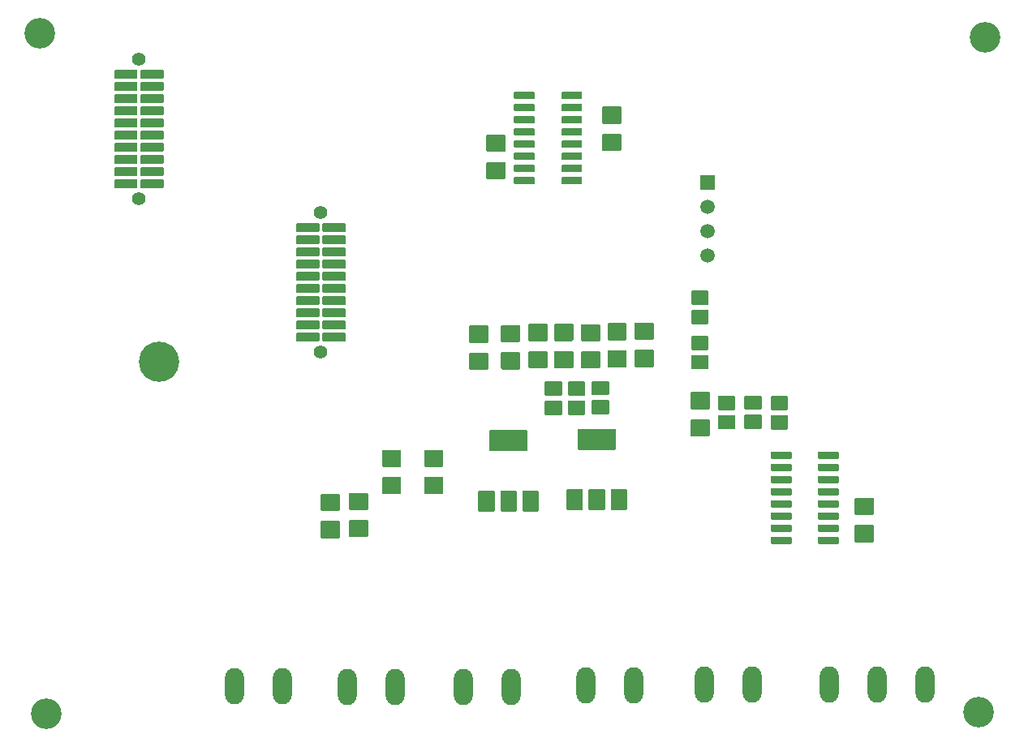
<source format=gbr>
%TF.GenerationSoftware,KiCad,Pcbnew,(5.1.10)-1*%
%TF.CreationDate,2021-08-27T15:11:23+05:30*%
%TF.ProjectId,CZTBoardV3,435a5442-6f61-4726-9456-332e6b696361,rev?*%
%TF.SameCoordinates,Original*%
%TF.FileFunction,Soldermask,Top*%
%TF.FilePolarity,Negative*%
%FSLAX46Y46*%
G04 Gerber Fmt 4.6, Leading zero omitted, Abs format (unit mm)*
G04 Created by KiCad (PCBNEW (5.1.10)-1) date 2021-08-27 15:11:23*
%MOMM*%
%LPD*%
G01*
G04 APERTURE LIST*
%ADD10C,3.200000*%
%ADD11O,1.993900X3.784600*%
%ADD12C,1.500000*%
%ADD13R,1.500000X1.500000*%
%ADD14C,4.203200*%
%ADD15C,1.422400*%
G04 APERTURE END LIST*
D10*
%TO.C,REF\u002A\u002A*%
X209670000Y-146110000D03*
%TD*%
%TO.C,REF\u002A\u002A*%
X111680000Y-75260000D03*
%TD*%
%TO.C,REF\u002A\u002A*%
X112350000Y-146320000D03*
%TD*%
%TO.C,REF\u002A\u002A*%
X210280000Y-75670000D03*
%TD*%
D11*
%TO.C,X6*%
X204090000Y-143240000D03*
X199090000Y-143240000D03*
X194090000Y-143240000D03*
%TD*%
%TO.C,X5*%
X185990000Y-143220000D03*
X180990000Y-143220000D03*
%TD*%
%TO.C,X4*%
X173690000Y-143320000D03*
X168690000Y-143320000D03*
%TD*%
%TO.C,X3*%
X160890000Y-143520000D03*
X155890000Y-143520000D03*
%TD*%
%TO.C,X2*%
X148790000Y-143520000D03*
X143790000Y-143520000D03*
%TD*%
%TO.C,X1*%
X136990000Y-143450000D03*
X131990000Y-143450000D03*
%TD*%
D12*
%TO.C,U4*%
X181350000Y-98440000D03*
X181350000Y-95900000D03*
X181350000Y-93360000D03*
D13*
X181350000Y-90820000D03*
%TD*%
%TO.C,U3*%
G36*
G01*
X192871600Y-119604400D02*
X192871600Y-119045600D01*
G75*
G02*
X192973200Y-118944000I101600J0D01*
G01*
X194954400Y-118944000D01*
G75*
G02*
X195056000Y-119045600I0J-101600D01*
G01*
X195056000Y-119604400D01*
G75*
G02*
X194954400Y-119706000I-101600J0D01*
G01*
X192973200Y-119706000D01*
G75*
G02*
X192871600Y-119604400I0J101600D01*
G01*
G37*
G36*
G01*
X192871600Y-120874400D02*
X192871600Y-120315600D01*
G75*
G02*
X192973200Y-120214000I101600J0D01*
G01*
X194954400Y-120214000D01*
G75*
G02*
X195056000Y-120315600I0J-101600D01*
G01*
X195056000Y-120874400D01*
G75*
G02*
X194954400Y-120976000I-101600J0D01*
G01*
X192973200Y-120976000D01*
G75*
G02*
X192871600Y-120874400I0J101600D01*
G01*
G37*
G36*
G01*
X192871600Y-122144400D02*
X192871600Y-121585600D01*
G75*
G02*
X192973200Y-121484000I101600J0D01*
G01*
X194954400Y-121484000D01*
G75*
G02*
X195056000Y-121585600I0J-101600D01*
G01*
X195056000Y-122144400D01*
G75*
G02*
X194954400Y-122246000I-101600J0D01*
G01*
X192973200Y-122246000D01*
G75*
G02*
X192871600Y-122144400I0J101600D01*
G01*
G37*
G36*
G01*
X192871600Y-123414400D02*
X192871600Y-122855600D01*
G75*
G02*
X192973200Y-122754000I101600J0D01*
G01*
X194954400Y-122754000D01*
G75*
G02*
X195056000Y-122855600I0J-101600D01*
G01*
X195056000Y-123414400D01*
G75*
G02*
X194954400Y-123516000I-101600J0D01*
G01*
X192973200Y-123516000D01*
G75*
G02*
X192871600Y-123414400I0J101600D01*
G01*
G37*
G36*
G01*
X192871600Y-124684400D02*
X192871600Y-124125600D01*
G75*
G02*
X192973200Y-124024000I101600J0D01*
G01*
X194954400Y-124024000D01*
G75*
G02*
X195056000Y-124125600I0J-101600D01*
G01*
X195056000Y-124684400D01*
G75*
G02*
X194954400Y-124786000I-101600J0D01*
G01*
X192973200Y-124786000D01*
G75*
G02*
X192871600Y-124684400I0J101600D01*
G01*
G37*
G36*
G01*
X192871600Y-125954400D02*
X192871600Y-125395600D01*
G75*
G02*
X192973200Y-125294000I101600J0D01*
G01*
X194954400Y-125294000D01*
G75*
G02*
X195056000Y-125395600I0J-101600D01*
G01*
X195056000Y-125954400D01*
G75*
G02*
X194954400Y-126056000I-101600J0D01*
G01*
X192973200Y-126056000D01*
G75*
G02*
X192871600Y-125954400I0J101600D01*
G01*
G37*
G36*
G01*
X192871600Y-127224400D02*
X192871600Y-126665600D01*
G75*
G02*
X192973200Y-126564000I101600J0D01*
G01*
X194954400Y-126564000D01*
G75*
G02*
X195056000Y-126665600I0J-101600D01*
G01*
X195056000Y-127224400D01*
G75*
G02*
X194954400Y-127326000I-101600J0D01*
G01*
X192973200Y-127326000D01*
G75*
G02*
X192871600Y-127224400I0J101600D01*
G01*
G37*
G36*
G01*
X192871600Y-128494400D02*
X192871600Y-127935600D01*
G75*
G02*
X192973200Y-127834000I101600J0D01*
G01*
X194954400Y-127834000D01*
G75*
G02*
X195056000Y-127935600I0J-101600D01*
G01*
X195056000Y-128494400D01*
G75*
G02*
X194954400Y-128596000I-101600J0D01*
G01*
X192973200Y-128596000D01*
G75*
G02*
X192871600Y-128494400I0J101600D01*
G01*
G37*
G36*
G01*
X187944000Y-128494400D02*
X187944000Y-127935600D01*
G75*
G02*
X188045600Y-127834000I101600J0D01*
G01*
X190026800Y-127834000D01*
G75*
G02*
X190128400Y-127935600I0J-101600D01*
G01*
X190128400Y-128494400D01*
G75*
G02*
X190026800Y-128596000I-101600J0D01*
G01*
X188045600Y-128596000D01*
G75*
G02*
X187944000Y-128494400I0J101600D01*
G01*
G37*
G36*
G01*
X187944000Y-127224400D02*
X187944000Y-126665600D01*
G75*
G02*
X188045600Y-126564000I101600J0D01*
G01*
X190026800Y-126564000D01*
G75*
G02*
X190128400Y-126665600I0J-101600D01*
G01*
X190128400Y-127224400D01*
G75*
G02*
X190026800Y-127326000I-101600J0D01*
G01*
X188045600Y-127326000D01*
G75*
G02*
X187944000Y-127224400I0J101600D01*
G01*
G37*
G36*
G01*
X187944000Y-125954400D02*
X187944000Y-125395600D01*
G75*
G02*
X188045600Y-125294000I101600J0D01*
G01*
X190026800Y-125294000D01*
G75*
G02*
X190128400Y-125395600I0J-101600D01*
G01*
X190128400Y-125954400D01*
G75*
G02*
X190026800Y-126056000I-101600J0D01*
G01*
X188045600Y-126056000D01*
G75*
G02*
X187944000Y-125954400I0J101600D01*
G01*
G37*
G36*
G01*
X187944000Y-124684400D02*
X187944000Y-124125600D01*
G75*
G02*
X188045600Y-124024000I101600J0D01*
G01*
X190026800Y-124024000D01*
G75*
G02*
X190128400Y-124125600I0J-101600D01*
G01*
X190128400Y-124684400D01*
G75*
G02*
X190026800Y-124786000I-101600J0D01*
G01*
X188045600Y-124786000D01*
G75*
G02*
X187944000Y-124684400I0J101600D01*
G01*
G37*
G36*
G01*
X187944000Y-123414400D02*
X187944000Y-122855600D01*
G75*
G02*
X188045600Y-122754000I101600J0D01*
G01*
X190026800Y-122754000D01*
G75*
G02*
X190128400Y-122855600I0J-101600D01*
G01*
X190128400Y-123414400D01*
G75*
G02*
X190026800Y-123516000I-101600J0D01*
G01*
X188045600Y-123516000D01*
G75*
G02*
X187944000Y-123414400I0J101600D01*
G01*
G37*
G36*
G01*
X187944000Y-122144400D02*
X187944000Y-121585600D01*
G75*
G02*
X188045600Y-121484000I101600J0D01*
G01*
X190026800Y-121484000D01*
G75*
G02*
X190128400Y-121585600I0J-101600D01*
G01*
X190128400Y-122144400D01*
G75*
G02*
X190026800Y-122246000I-101600J0D01*
G01*
X188045600Y-122246000D01*
G75*
G02*
X187944000Y-122144400I0J101600D01*
G01*
G37*
G36*
G01*
X187944000Y-120874400D02*
X187944000Y-120315600D01*
G75*
G02*
X188045600Y-120214000I101600J0D01*
G01*
X190026800Y-120214000D01*
G75*
G02*
X190128400Y-120315600I0J-101600D01*
G01*
X190128400Y-120874400D01*
G75*
G02*
X190026800Y-120976000I-101600J0D01*
G01*
X188045600Y-120976000D01*
G75*
G02*
X187944000Y-120874400I0J101600D01*
G01*
G37*
G36*
G01*
X187944000Y-119604400D02*
X187944000Y-119045600D01*
G75*
G02*
X188045600Y-118944000I101600J0D01*
G01*
X190026800Y-118944000D01*
G75*
G02*
X190128400Y-119045600I0J-101600D01*
G01*
X190128400Y-119604400D01*
G75*
G02*
X190026800Y-119706000I-101600J0D01*
G01*
X188045600Y-119706000D01*
G75*
G02*
X187944000Y-119604400I0J101600D01*
G01*
G37*
%TD*%
%TO.C,U2*%
G36*
G01*
X166091600Y-82044400D02*
X166091600Y-81485600D01*
G75*
G02*
X166193200Y-81384000I101600J0D01*
G01*
X168174400Y-81384000D01*
G75*
G02*
X168276000Y-81485600I0J-101600D01*
G01*
X168276000Y-82044400D01*
G75*
G02*
X168174400Y-82146000I-101600J0D01*
G01*
X166193200Y-82146000D01*
G75*
G02*
X166091600Y-82044400I0J101600D01*
G01*
G37*
G36*
G01*
X166091600Y-83314400D02*
X166091600Y-82755600D01*
G75*
G02*
X166193200Y-82654000I101600J0D01*
G01*
X168174400Y-82654000D01*
G75*
G02*
X168276000Y-82755600I0J-101600D01*
G01*
X168276000Y-83314400D01*
G75*
G02*
X168174400Y-83416000I-101600J0D01*
G01*
X166193200Y-83416000D01*
G75*
G02*
X166091600Y-83314400I0J101600D01*
G01*
G37*
G36*
G01*
X166091600Y-84584400D02*
X166091600Y-84025600D01*
G75*
G02*
X166193200Y-83924000I101600J0D01*
G01*
X168174400Y-83924000D01*
G75*
G02*
X168276000Y-84025600I0J-101600D01*
G01*
X168276000Y-84584400D01*
G75*
G02*
X168174400Y-84686000I-101600J0D01*
G01*
X166193200Y-84686000D01*
G75*
G02*
X166091600Y-84584400I0J101600D01*
G01*
G37*
G36*
G01*
X166091600Y-85854400D02*
X166091600Y-85295600D01*
G75*
G02*
X166193200Y-85194000I101600J0D01*
G01*
X168174400Y-85194000D01*
G75*
G02*
X168276000Y-85295600I0J-101600D01*
G01*
X168276000Y-85854400D01*
G75*
G02*
X168174400Y-85956000I-101600J0D01*
G01*
X166193200Y-85956000D01*
G75*
G02*
X166091600Y-85854400I0J101600D01*
G01*
G37*
G36*
G01*
X166091600Y-87124400D02*
X166091600Y-86565600D01*
G75*
G02*
X166193200Y-86464000I101600J0D01*
G01*
X168174400Y-86464000D01*
G75*
G02*
X168276000Y-86565600I0J-101600D01*
G01*
X168276000Y-87124400D01*
G75*
G02*
X168174400Y-87226000I-101600J0D01*
G01*
X166193200Y-87226000D01*
G75*
G02*
X166091600Y-87124400I0J101600D01*
G01*
G37*
G36*
G01*
X166091600Y-88394400D02*
X166091600Y-87835600D01*
G75*
G02*
X166193200Y-87734000I101600J0D01*
G01*
X168174400Y-87734000D01*
G75*
G02*
X168276000Y-87835600I0J-101600D01*
G01*
X168276000Y-88394400D01*
G75*
G02*
X168174400Y-88496000I-101600J0D01*
G01*
X166193200Y-88496000D01*
G75*
G02*
X166091600Y-88394400I0J101600D01*
G01*
G37*
G36*
G01*
X166091600Y-89664400D02*
X166091600Y-89105600D01*
G75*
G02*
X166193200Y-89004000I101600J0D01*
G01*
X168174400Y-89004000D01*
G75*
G02*
X168276000Y-89105600I0J-101600D01*
G01*
X168276000Y-89664400D01*
G75*
G02*
X168174400Y-89766000I-101600J0D01*
G01*
X166193200Y-89766000D01*
G75*
G02*
X166091600Y-89664400I0J101600D01*
G01*
G37*
G36*
G01*
X166091600Y-90934400D02*
X166091600Y-90375600D01*
G75*
G02*
X166193200Y-90274000I101600J0D01*
G01*
X168174400Y-90274000D01*
G75*
G02*
X168276000Y-90375600I0J-101600D01*
G01*
X168276000Y-90934400D01*
G75*
G02*
X168174400Y-91036000I-101600J0D01*
G01*
X166193200Y-91036000D01*
G75*
G02*
X166091600Y-90934400I0J101600D01*
G01*
G37*
G36*
G01*
X161164000Y-90934400D02*
X161164000Y-90375600D01*
G75*
G02*
X161265600Y-90274000I101600J0D01*
G01*
X163246800Y-90274000D01*
G75*
G02*
X163348400Y-90375600I0J-101600D01*
G01*
X163348400Y-90934400D01*
G75*
G02*
X163246800Y-91036000I-101600J0D01*
G01*
X161265600Y-91036000D01*
G75*
G02*
X161164000Y-90934400I0J101600D01*
G01*
G37*
G36*
G01*
X161164000Y-89664400D02*
X161164000Y-89105600D01*
G75*
G02*
X161265600Y-89004000I101600J0D01*
G01*
X163246800Y-89004000D01*
G75*
G02*
X163348400Y-89105600I0J-101600D01*
G01*
X163348400Y-89664400D01*
G75*
G02*
X163246800Y-89766000I-101600J0D01*
G01*
X161265600Y-89766000D01*
G75*
G02*
X161164000Y-89664400I0J101600D01*
G01*
G37*
G36*
G01*
X161164000Y-88394400D02*
X161164000Y-87835600D01*
G75*
G02*
X161265600Y-87734000I101600J0D01*
G01*
X163246800Y-87734000D01*
G75*
G02*
X163348400Y-87835600I0J-101600D01*
G01*
X163348400Y-88394400D01*
G75*
G02*
X163246800Y-88496000I-101600J0D01*
G01*
X161265600Y-88496000D01*
G75*
G02*
X161164000Y-88394400I0J101600D01*
G01*
G37*
G36*
G01*
X161164000Y-87124400D02*
X161164000Y-86565600D01*
G75*
G02*
X161265600Y-86464000I101600J0D01*
G01*
X163246800Y-86464000D01*
G75*
G02*
X163348400Y-86565600I0J-101600D01*
G01*
X163348400Y-87124400D01*
G75*
G02*
X163246800Y-87226000I-101600J0D01*
G01*
X161265600Y-87226000D01*
G75*
G02*
X161164000Y-87124400I0J101600D01*
G01*
G37*
G36*
G01*
X161164000Y-85854400D02*
X161164000Y-85295600D01*
G75*
G02*
X161265600Y-85194000I101600J0D01*
G01*
X163246800Y-85194000D01*
G75*
G02*
X163348400Y-85295600I0J-101600D01*
G01*
X163348400Y-85854400D01*
G75*
G02*
X163246800Y-85956000I-101600J0D01*
G01*
X161265600Y-85956000D01*
G75*
G02*
X161164000Y-85854400I0J101600D01*
G01*
G37*
G36*
G01*
X161164000Y-84584400D02*
X161164000Y-84025600D01*
G75*
G02*
X161265600Y-83924000I101600J0D01*
G01*
X163246800Y-83924000D01*
G75*
G02*
X163348400Y-84025600I0J-101600D01*
G01*
X163348400Y-84584400D01*
G75*
G02*
X163246800Y-84686000I-101600J0D01*
G01*
X161265600Y-84686000D01*
G75*
G02*
X161164000Y-84584400I0J101600D01*
G01*
G37*
G36*
G01*
X161164000Y-83314400D02*
X161164000Y-82755600D01*
G75*
G02*
X161265600Y-82654000I101600J0D01*
G01*
X163246800Y-82654000D01*
G75*
G02*
X163348400Y-82755600I0J-101600D01*
G01*
X163348400Y-83314400D01*
G75*
G02*
X163246800Y-83416000I-101600J0D01*
G01*
X161265600Y-83416000D01*
G75*
G02*
X161164000Y-83314400I0J101600D01*
G01*
G37*
G36*
G01*
X161164000Y-82044400D02*
X161164000Y-81485600D01*
G75*
G02*
X161265600Y-81384000I101600J0D01*
G01*
X163246800Y-81384000D01*
G75*
G02*
X163348400Y-81485600I0J-101600D01*
G01*
X163348400Y-82044400D01*
G75*
G02*
X163246800Y-82146000I-101600J0D01*
G01*
X161265600Y-82146000D01*
G75*
G02*
X161164000Y-82044400I0J101600D01*
G01*
G37*
%TD*%
D14*
%TO.C,U1*%
X124090000Y-109530000D03*
D15*
X122026400Y-92579500D03*
X122026400Y-77974500D03*
G36*
G01*
X122280500Y-79092100D02*
X124502900Y-79092100D01*
G75*
G02*
X124604500Y-79193700I0J-101600D01*
G01*
X124604500Y-79930300D01*
G75*
G02*
X124502900Y-80031900I-101600J0D01*
G01*
X122280500Y-80031900D01*
G75*
G02*
X122178900Y-79930300I0J101600D01*
G01*
X122178900Y-79193700D01*
G75*
G02*
X122280500Y-79092100I101600J0D01*
G01*
G37*
G36*
G01*
X119550000Y-79092100D02*
X121772400Y-79092100D01*
G75*
G02*
X121874000Y-79193700I0J-101600D01*
G01*
X121874000Y-79930300D01*
G75*
G02*
X121772400Y-80031900I-101600J0D01*
G01*
X119550000Y-80031900D01*
G75*
G02*
X119448400Y-79930300I0J101600D01*
G01*
X119448400Y-79193700D01*
G75*
G02*
X119550000Y-79092100I101600J0D01*
G01*
G37*
G36*
G01*
X122280500Y-80362100D02*
X124502900Y-80362100D01*
G75*
G02*
X124604500Y-80463700I0J-101600D01*
G01*
X124604500Y-81200300D01*
G75*
G02*
X124502900Y-81301900I-101600J0D01*
G01*
X122280500Y-81301900D01*
G75*
G02*
X122178900Y-81200300I0J101600D01*
G01*
X122178900Y-80463700D01*
G75*
G02*
X122280500Y-80362100I101600J0D01*
G01*
G37*
G36*
G01*
X119550000Y-80362100D02*
X121772400Y-80362100D01*
G75*
G02*
X121874000Y-80463700I0J-101600D01*
G01*
X121874000Y-81200300D01*
G75*
G02*
X121772400Y-81301900I-101600J0D01*
G01*
X119550000Y-81301900D01*
G75*
G02*
X119448400Y-81200300I0J101600D01*
G01*
X119448400Y-80463700D01*
G75*
G02*
X119550000Y-80362100I101600J0D01*
G01*
G37*
G36*
G01*
X122280500Y-81632100D02*
X124502900Y-81632100D01*
G75*
G02*
X124604500Y-81733700I0J-101600D01*
G01*
X124604500Y-82470300D01*
G75*
G02*
X124502900Y-82571900I-101600J0D01*
G01*
X122280500Y-82571900D01*
G75*
G02*
X122178900Y-82470300I0J101600D01*
G01*
X122178900Y-81733700D01*
G75*
G02*
X122280500Y-81632100I101600J0D01*
G01*
G37*
G36*
G01*
X119550000Y-81632100D02*
X121772400Y-81632100D01*
G75*
G02*
X121874000Y-81733700I0J-101600D01*
G01*
X121874000Y-82470300D01*
G75*
G02*
X121772400Y-82571900I-101600J0D01*
G01*
X119550000Y-82571900D01*
G75*
G02*
X119448400Y-82470300I0J101600D01*
G01*
X119448400Y-81733700D01*
G75*
G02*
X119550000Y-81632100I101600J0D01*
G01*
G37*
G36*
G01*
X122280500Y-82902100D02*
X124502900Y-82902100D01*
G75*
G02*
X124604500Y-83003700I0J-101600D01*
G01*
X124604500Y-83740300D01*
G75*
G02*
X124502900Y-83841900I-101600J0D01*
G01*
X122280500Y-83841900D01*
G75*
G02*
X122178900Y-83740300I0J101600D01*
G01*
X122178900Y-83003700D01*
G75*
G02*
X122280500Y-82902100I101600J0D01*
G01*
G37*
G36*
G01*
X119550000Y-82902100D02*
X121772400Y-82902100D01*
G75*
G02*
X121874000Y-83003700I0J-101600D01*
G01*
X121874000Y-83740300D01*
G75*
G02*
X121772400Y-83841900I-101600J0D01*
G01*
X119550000Y-83841900D01*
G75*
G02*
X119448400Y-83740300I0J101600D01*
G01*
X119448400Y-83003700D01*
G75*
G02*
X119550000Y-82902100I101600J0D01*
G01*
G37*
G36*
G01*
X122280500Y-84172100D02*
X124502900Y-84172100D01*
G75*
G02*
X124604500Y-84273700I0J-101600D01*
G01*
X124604500Y-85010300D01*
G75*
G02*
X124502900Y-85111900I-101600J0D01*
G01*
X122280500Y-85111900D01*
G75*
G02*
X122178900Y-85010300I0J101600D01*
G01*
X122178900Y-84273700D01*
G75*
G02*
X122280500Y-84172100I101600J0D01*
G01*
G37*
G36*
G01*
X119550000Y-84172100D02*
X121772400Y-84172100D01*
G75*
G02*
X121874000Y-84273700I0J-101600D01*
G01*
X121874000Y-85010300D01*
G75*
G02*
X121772400Y-85111900I-101600J0D01*
G01*
X119550000Y-85111900D01*
G75*
G02*
X119448400Y-85010300I0J101600D01*
G01*
X119448400Y-84273700D01*
G75*
G02*
X119550000Y-84172100I101600J0D01*
G01*
G37*
G36*
G01*
X122280500Y-85442100D02*
X124502900Y-85442100D01*
G75*
G02*
X124604500Y-85543700I0J-101600D01*
G01*
X124604500Y-86280300D01*
G75*
G02*
X124502900Y-86381900I-101600J0D01*
G01*
X122280500Y-86381900D01*
G75*
G02*
X122178900Y-86280300I0J101600D01*
G01*
X122178900Y-85543700D01*
G75*
G02*
X122280500Y-85442100I101600J0D01*
G01*
G37*
G36*
G01*
X119550000Y-85442100D02*
X121772400Y-85442100D01*
G75*
G02*
X121874000Y-85543700I0J-101600D01*
G01*
X121874000Y-86280300D01*
G75*
G02*
X121772400Y-86381900I-101600J0D01*
G01*
X119550000Y-86381900D01*
G75*
G02*
X119448400Y-86280300I0J101600D01*
G01*
X119448400Y-85543700D01*
G75*
G02*
X119550000Y-85442100I101600J0D01*
G01*
G37*
G36*
G01*
X122280500Y-86712100D02*
X124502900Y-86712100D01*
G75*
G02*
X124604500Y-86813700I0J-101600D01*
G01*
X124604500Y-87550300D01*
G75*
G02*
X124502900Y-87651900I-101600J0D01*
G01*
X122280500Y-87651900D01*
G75*
G02*
X122178900Y-87550300I0J101600D01*
G01*
X122178900Y-86813700D01*
G75*
G02*
X122280500Y-86712100I101600J0D01*
G01*
G37*
G36*
G01*
X119550000Y-86712100D02*
X121772400Y-86712100D01*
G75*
G02*
X121874000Y-86813700I0J-101600D01*
G01*
X121874000Y-87550300D01*
G75*
G02*
X121772400Y-87651900I-101600J0D01*
G01*
X119550000Y-87651900D01*
G75*
G02*
X119448400Y-87550300I0J101600D01*
G01*
X119448400Y-86813700D01*
G75*
G02*
X119550000Y-86712100I101600J0D01*
G01*
G37*
G36*
G01*
X122280500Y-87982100D02*
X124502900Y-87982100D01*
G75*
G02*
X124604500Y-88083700I0J-101600D01*
G01*
X124604500Y-88820300D01*
G75*
G02*
X124502900Y-88921900I-101600J0D01*
G01*
X122280500Y-88921900D01*
G75*
G02*
X122178900Y-88820300I0J101600D01*
G01*
X122178900Y-88083700D01*
G75*
G02*
X122280500Y-87982100I101600J0D01*
G01*
G37*
G36*
G01*
X119550000Y-87982100D02*
X121772400Y-87982100D01*
G75*
G02*
X121874000Y-88083700I0J-101600D01*
G01*
X121874000Y-88820300D01*
G75*
G02*
X121772400Y-88921900I-101600J0D01*
G01*
X119550000Y-88921900D01*
G75*
G02*
X119448400Y-88820300I0J101600D01*
G01*
X119448400Y-88083700D01*
G75*
G02*
X119550000Y-87982100I101600J0D01*
G01*
G37*
G36*
G01*
X122280500Y-89252100D02*
X124502900Y-89252100D01*
G75*
G02*
X124604500Y-89353700I0J-101600D01*
G01*
X124604500Y-90090300D01*
G75*
G02*
X124502900Y-90191900I-101600J0D01*
G01*
X122280500Y-90191900D01*
G75*
G02*
X122178900Y-90090300I0J101600D01*
G01*
X122178900Y-89353700D01*
G75*
G02*
X122280500Y-89252100I101600J0D01*
G01*
G37*
G36*
G01*
X119550000Y-89252100D02*
X121772400Y-89252100D01*
G75*
G02*
X121874000Y-89353700I0J-101600D01*
G01*
X121874000Y-90090300D01*
G75*
G02*
X121772400Y-90191900I-101600J0D01*
G01*
X119550000Y-90191900D01*
G75*
G02*
X119448400Y-90090300I0J101600D01*
G01*
X119448400Y-89353700D01*
G75*
G02*
X119550000Y-89252100I101600J0D01*
G01*
G37*
G36*
G01*
X122280500Y-90522100D02*
X124502900Y-90522100D01*
G75*
G02*
X124604500Y-90623700I0J-101600D01*
G01*
X124604500Y-91360300D01*
G75*
G02*
X124502900Y-91461900I-101600J0D01*
G01*
X122280500Y-91461900D01*
G75*
G02*
X122178900Y-91360300I0J101600D01*
G01*
X122178900Y-90623700D01*
G75*
G02*
X122280500Y-90522100I101600J0D01*
G01*
G37*
G36*
G01*
X119550000Y-90522100D02*
X121772400Y-90522100D01*
G75*
G02*
X121874000Y-90623700I0J-101600D01*
G01*
X121874000Y-91360300D01*
G75*
G02*
X121772400Y-91461900I-101600J0D01*
G01*
X119550000Y-91461900D01*
G75*
G02*
X119448400Y-91360300I0J101600D01*
G01*
X119448400Y-90623700D01*
G75*
G02*
X119550000Y-90522100I101600J0D01*
G01*
G37*
X141020000Y-108582500D03*
X141020000Y-93977500D03*
G36*
G01*
X141274100Y-95095100D02*
X143496500Y-95095100D01*
G75*
G02*
X143598100Y-95196700I0J-101600D01*
G01*
X143598100Y-95933300D01*
G75*
G02*
X143496500Y-96034900I-101600J0D01*
G01*
X141274100Y-96034900D01*
G75*
G02*
X141172500Y-95933300I0J101600D01*
G01*
X141172500Y-95196700D01*
G75*
G02*
X141274100Y-95095100I101600J0D01*
G01*
G37*
G36*
G01*
X138543600Y-95095100D02*
X140766000Y-95095100D01*
G75*
G02*
X140867600Y-95196700I0J-101600D01*
G01*
X140867600Y-95933300D01*
G75*
G02*
X140766000Y-96034900I-101600J0D01*
G01*
X138543600Y-96034900D01*
G75*
G02*
X138442000Y-95933300I0J101600D01*
G01*
X138442000Y-95196700D01*
G75*
G02*
X138543600Y-95095100I101600J0D01*
G01*
G37*
G36*
G01*
X141274100Y-96365100D02*
X143496500Y-96365100D01*
G75*
G02*
X143598100Y-96466700I0J-101600D01*
G01*
X143598100Y-97203300D01*
G75*
G02*
X143496500Y-97304900I-101600J0D01*
G01*
X141274100Y-97304900D01*
G75*
G02*
X141172500Y-97203300I0J101600D01*
G01*
X141172500Y-96466700D01*
G75*
G02*
X141274100Y-96365100I101600J0D01*
G01*
G37*
G36*
G01*
X138543600Y-96365100D02*
X140766000Y-96365100D01*
G75*
G02*
X140867600Y-96466700I0J-101600D01*
G01*
X140867600Y-97203300D01*
G75*
G02*
X140766000Y-97304900I-101600J0D01*
G01*
X138543600Y-97304900D01*
G75*
G02*
X138442000Y-97203300I0J101600D01*
G01*
X138442000Y-96466700D01*
G75*
G02*
X138543600Y-96365100I101600J0D01*
G01*
G37*
G36*
G01*
X141274100Y-97635100D02*
X143496500Y-97635100D01*
G75*
G02*
X143598100Y-97736700I0J-101600D01*
G01*
X143598100Y-98473300D01*
G75*
G02*
X143496500Y-98574900I-101600J0D01*
G01*
X141274100Y-98574900D01*
G75*
G02*
X141172500Y-98473300I0J101600D01*
G01*
X141172500Y-97736700D01*
G75*
G02*
X141274100Y-97635100I101600J0D01*
G01*
G37*
G36*
G01*
X138543600Y-97635100D02*
X140766000Y-97635100D01*
G75*
G02*
X140867600Y-97736700I0J-101600D01*
G01*
X140867600Y-98473300D01*
G75*
G02*
X140766000Y-98574900I-101600J0D01*
G01*
X138543600Y-98574900D01*
G75*
G02*
X138442000Y-98473300I0J101600D01*
G01*
X138442000Y-97736700D01*
G75*
G02*
X138543600Y-97635100I101600J0D01*
G01*
G37*
G36*
G01*
X141274100Y-98905100D02*
X143496500Y-98905100D01*
G75*
G02*
X143598100Y-99006700I0J-101600D01*
G01*
X143598100Y-99743300D01*
G75*
G02*
X143496500Y-99844900I-101600J0D01*
G01*
X141274100Y-99844900D01*
G75*
G02*
X141172500Y-99743300I0J101600D01*
G01*
X141172500Y-99006700D01*
G75*
G02*
X141274100Y-98905100I101600J0D01*
G01*
G37*
G36*
G01*
X138543600Y-98905100D02*
X140766000Y-98905100D01*
G75*
G02*
X140867600Y-99006700I0J-101600D01*
G01*
X140867600Y-99743300D01*
G75*
G02*
X140766000Y-99844900I-101600J0D01*
G01*
X138543600Y-99844900D01*
G75*
G02*
X138442000Y-99743300I0J101600D01*
G01*
X138442000Y-99006700D01*
G75*
G02*
X138543600Y-98905100I101600J0D01*
G01*
G37*
G36*
G01*
X141274100Y-100175100D02*
X143496500Y-100175100D01*
G75*
G02*
X143598100Y-100276700I0J-101600D01*
G01*
X143598100Y-101013300D01*
G75*
G02*
X143496500Y-101114900I-101600J0D01*
G01*
X141274100Y-101114900D01*
G75*
G02*
X141172500Y-101013300I0J101600D01*
G01*
X141172500Y-100276700D01*
G75*
G02*
X141274100Y-100175100I101600J0D01*
G01*
G37*
G36*
G01*
X138543600Y-100175100D02*
X140766000Y-100175100D01*
G75*
G02*
X140867600Y-100276700I0J-101600D01*
G01*
X140867600Y-101013300D01*
G75*
G02*
X140766000Y-101114900I-101600J0D01*
G01*
X138543600Y-101114900D01*
G75*
G02*
X138442000Y-101013300I0J101600D01*
G01*
X138442000Y-100276700D01*
G75*
G02*
X138543600Y-100175100I101600J0D01*
G01*
G37*
G36*
G01*
X141274100Y-101445100D02*
X143496500Y-101445100D01*
G75*
G02*
X143598100Y-101546700I0J-101600D01*
G01*
X143598100Y-102283300D01*
G75*
G02*
X143496500Y-102384900I-101600J0D01*
G01*
X141274100Y-102384900D01*
G75*
G02*
X141172500Y-102283300I0J101600D01*
G01*
X141172500Y-101546700D01*
G75*
G02*
X141274100Y-101445100I101600J0D01*
G01*
G37*
G36*
G01*
X138543600Y-101445100D02*
X140766000Y-101445100D01*
G75*
G02*
X140867600Y-101546700I0J-101600D01*
G01*
X140867600Y-102283300D01*
G75*
G02*
X140766000Y-102384900I-101600J0D01*
G01*
X138543600Y-102384900D01*
G75*
G02*
X138442000Y-102283300I0J101600D01*
G01*
X138442000Y-101546700D01*
G75*
G02*
X138543600Y-101445100I101600J0D01*
G01*
G37*
G36*
G01*
X141274100Y-102715100D02*
X143496500Y-102715100D01*
G75*
G02*
X143598100Y-102816700I0J-101600D01*
G01*
X143598100Y-103553300D01*
G75*
G02*
X143496500Y-103654900I-101600J0D01*
G01*
X141274100Y-103654900D01*
G75*
G02*
X141172500Y-103553300I0J101600D01*
G01*
X141172500Y-102816700D01*
G75*
G02*
X141274100Y-102715100I101600J0D01*
G01*
G37*
G36*
G01*
X138543600Y-102715100D02*
X140766000Y-102715100D01*
G75*
G02*
X140867600Y-102816700I0J-101600D01*
G01*
X140867600Y-103553300D01*
G75*
G02*
X140766000Y-103654900I-101600J0D01*
G01*
X138543600Y-103654900D01*
G75*
G02*
X138442000Y-103553300I0J101600D01*
G01*
X138442000Y-102816700D01*
G75*
G02*
X138543600Y-102715100I101600J0D01*
G01*
G37*
G36*
G01*
X141274100Y-103985100D02*
X143496500Y-103985100D01*
G75*
G02*
X143598100Y-104086700I0J-101600D01*
G01*
X143598100Y-104823300D01*
G75*
G02*
X143496500Y-104924900I-101600J0D01*
G01*
X141274100Y-104924900D01*
G75*
G02*
X141172500Y-104823300I0J101600D01*
G01*
X141172500Y-104086700D01*
G75*
G02*
X141274100Y-103985100I101600J0D01*
G01*
G37*
G36*
G01*
X138543600Y-103985100D02*
X140766000Y-103985100D01*
G75*
G02*
X140867600Y-104086700I0J-101600D01*
G01*
X140867600Y-104823300D01*
G75*
G02*
X140766000Y-104924900I-101600J0D01*
G01*
X138543600Y-104924900D01*
G75*
G02*
X138442000Y-104823300I0J101600D01*
G01*
X138442000Y-104086700D01*
G75*
G02*
X138543600Y-103985100I101600J0D01*
G01*
G37*
G36*
G01*
X141274100Y-105255100D02*
X143496500Y-105255100D01*
G75*
G02*
X143598100Y-105356700I0J-101600D01*
G01*
X143598100Y-106093300D01*
G75*
G02*
X143496500Y-106194900I-101600J0D01*
G01*
X141274100Y-106194900D01*
G75*
G02*
X141172500Y-106093300I0J101600D01*
G01*
X141172500Y-105356700D01*
G75*
G02*
X141274100Y-105255100I101600J0D01*
G01*
G37*
G36*
G01*
X138543600Y-105255100D02*
X140766000Y-105255100D01*
G75*
G02*
X140867600Y-105356700I0J-101600D01*
G01*
X140867600Y-106093300D01*
G75*
G02*
X140766000Y-106194900I-101600J0D01*
G01*
X138543600Y-106194900D01*
G75*
G02*
X138442000Y-106093300I0J101600D01*
G01*
X138442000Y-105356700D01*
G75*
G02*
X138543600Y-105255100I101600J0D01*
G01*
G37*
G36*
G01*
X141274100Y-106525100D02*
X143496500Y-106525100D01*
G75*
G02*
X143598100Y-106626700I0J-101600D01*
G01*
X143598100Y-107363300D01*
G75*
G02*
X143496500Y-107464900I-101600J0D01*
G01*
X141274100Y-107464900D01*
G75*
G02*
X141172500Y-107363300I0J101600D01*
G01*
X141172500Y-106626700D01*
G75*
G02*
X141274100Y-106525100I101600J0D01*
G01*
G37*
G36*
G01*
X138543600Y-106525100D02*
X140766000Y-106525100D01*
G75*
G02*
X140867600Y-106626700I0J-101600D01*
G01*
X140867600Y-107363300D01*
G75*
G02*
X140766000Y-107464900I-101600J0D01*
G01*
X138543600Y-107464900D01*
G75*
G02*
X138442000Y-107363300I0J101600D01*
G01*
X138442000Y-106626700D01*
G75*
G02*
X138543600Y-106525100I101600J0D01*
G01*
G37*
%TD*%
%TO.C,R21*%
G36*
G01*
X181491500Y-117375600D02*
X179688500Y-117375600D01*
G75*
G02*
X179586900Y-117274000I0J101600D01*
G01*
X179586900Y-115674000D01*
G75*
G02*
X179688500Y-115572400I101600J0D01*
G01*
X181491500Y-115572400D01*
G75*
G02*
X181593100Y-115674000I0J-101600D01*
G01*
X181593100Y-117274000D01*
G75*
G02*
X181491500Y-117375600I-101600J0D01*
G01*
G37*
G36*
G01*
X181491500Y-114531600D02*
X179688500Y-114531600D01*
G75*
G02*
X179586900Y-114430000I0J101600D01*
G01*
X179586900Y-112830000D01*
G75*
G02*
X179688500Y-112728400I101600J0D01*
G01*
X181491500Y-112728400D01*
G75*
G02*
X181593100Y-112830000I0J-101600D01*
G01*
X181593100Y-114430000D01*
G75*
G02*
X181491500Y-114531600I-101600J0D01*
G01*
G37*
%TD*%
%TO.C,R18*%
G36*
G01*
X142901500Y-127995600D02*
X141098500Y-127995600D01*
G75*
G02*
X140996900Y-127894000I0J101600D01*
G01*
X140996900Y-126294000D01*
G75*
G02*
X141098500Y-126192400I101600J0D01*
G01*
X142901500Y-126192400D01*
G75*
G02*
X143003100Y-126294000I0J-101600D01*
G01*
X143003100Y-127894000D01*
G75*
G02*
X142901500Y-127995600I-101600J0D01*
G01*
G37*
G36*
G01*
X142901500Y-125151600D02*
X141098500Y-125151600D01*
G75*
G02*
X140996900Y-125050000I0J101600D01*
G01*
X140996900Y-123450000D01*
G75*
G02*
X141098500Y-123348400I101600J0D01*
G01*
X142901500Y-123348400D01*
G75*
G02*
X143003100Y-123450000I0J-101600D01*
G01*
X143003100Y-125050000D01*
G75*
G02*
X142901500Y-125151600I-101600J0D01*
G01*
G37*
%TD*%
%TO.C,R17*%
G36*
G01*
X196818500Y-123766400D02*
X198621500Y-123766400D01*
G75*
G02*
X198723100Y-123868000I0J-101600D01*
G01*
X198723100Y-125468000D01*
G75*
G02*
X198621500Y-125569600I-101600J0D01*
G01*
X196818500Y-125569600D01*
G75*
G02*
X196716900Y-125468000I0J101600D01*
G01*
X196716900Y-123868000D01*
G75*
G02*
X196818500Y-123766400I101600J0D01*
G01*
G37*
G36*
G01*
X196818500Y-126610400D02*
X198621500Y-126610400D01*
G75*
G02*
X198723100Y-126712000I0J-101600D01*
G01*
X198723100Y-128312000D01*
G75*
G02*
X198621500Y-128413600I-101600J0D01*
G01*
X196818500Y-128413600D01*
G75*
G02*
X196716900Y-128312000I0J101600D01*
G01*
X196716900Y-126712000D01*
G75*
G02*
X196818500Y-126610400I101600J0D01*
G01*
G37*
%TD*%
%TO.C,R16*%
G36*
G01*
X162778500Y-105598400D02*
X164581500Y-105598400D01*
G75*
G02*
X164683100Y-105700000I0J-101600D01*
G01*
X164683100Y-107300000D01*
G75*
G02*
X164581500Y-107401600I-101600J0D01*
G01*
X162778500Y-107401600D01*
G75*
G02*
X162676900Y-107300000I0J101600D01*
G01*
X162676900Y-105700000D01*
G75*
G02*
X162778500Y-105598400I101600J0D01*
G01*
G37*
G36*
G01*
X162778500Y-108442400D02*
X164581500Y-108442400D01*
G75*
G02*
X164683100Y-108544000I0J-101600D01*
G01*
X164683100Y-110144000D01*
G75*
G02*
X164581500Y-110245600I-101600J0D01*
G01*
X162778500Y-110245600D01*
G75*
G02*
X162676900Y-110144000I0J101600D01*
G01*
X162676900Y-108544000D01*
G75*
G02*
X162778500Y-108442400I101600J0D01*
G01*
G37*
%TD*%
%TO.C,R15*%
G36*
G01*
X156578500Y-105778400D02*
X158381500Y-105778400D01*
G75*
G02*
X158483100Y-105880000I0J-101600D01*
G01*
X158483100Y-107480000D01*
G75*
G02*
X158381500Y-107581600I-101600J0D01*
G01*
X156578500Y-107581600D01*
G75*
G02*
X156476900Y-107480000I0J101600D01*
G01*
X156476900Y-105880000D01*
G75*
G02*
X156578500Y-105778400I101600J0D01*
G01*
G37*
G36*
G01*
X156578500Y-108622400D02*
X158381500Y-108622400D01*
G75*
G02*
X158483100Y-108724000I0J-101600D01*
G01*
X158483100Y-110324000D01*
G75*
G02*
X158381500Y-110425600I-101600J0D01*
G01*
X156578500Y-110425600D01*
G75*
G02*
X156476900Y-110324000I0J101600D01*
G01*
X156476900Y-108724000D01*
G75*
G02*
X156578500Y-108622400I101600J0D01*
G01*
G37*
%TD*%
%TO.C,R14*%
G36*
G01*
X165448500Y-105598400D02*
X167251500Y-105598400D01*
G75*
G02*
X167353100Y-105700000I0J-101600D01*
G01*
X167353100Y-107300000D01*
G75*
G02*
X167251500Y-107401600I-101600J0D01*
G01*
X165448500Y-107401600D01*
G75*
G02*
X165346900Y-107300000I0J101600D01*
G01*
X165346900Y-105700000D01*
G75*
G02*
X165448500Y-105598400I101600J0D01*
G01*
G37*
G36*
G01*
X165448500Y-108442400D02*
X167251500Y-108442400D01*
G75*
G02*
X167353100Y-108544000I0J-101600D01*
G01*
X167353100Y-110144000D01*
G75*
G02*
X167251500Y-110245600I-101600J0D01*
G01*
X165448500Y-110245600D01*
G75*
G02*
X165346900Y-110144000I0J101600D01*
G01*
X165346900Y-108544000D01*
G75*
G02*
X165448500Y-108442400I101600J0D01*
G01*
G37*
%TD*%
%TO.C,R13*%
G36*
G01*
X173838500Y-105478400D02*
X175641500Y-105478400D01*
G75*
G02*
X175743100Y-105580000I0J-101600D01*
G01*
X175743100Y-107180000D01*
G75*
G02*
X175641500Y-107281600I-101600J0D01*
G01*
X173838500Y-107281600D01*
G75*
G02*
X173736900Y-107180000I0J101600D01*
G01*
X173736900Y-105580000D01*
G75*
G02*
X173838500Y-105478400I101600J0D01*
G01*
G37*
G36*
G01*
X173838500Y-108322400D02*
X175641500Y-108322400D01*
G75*
G02*
X175743100Y-108424000I0J-101600D01*
G01*
X175743100Y-110024000D01*
G75*
G02*
X175641500Y-110125600I-101600J0D01*
G01*
X173838500Y-110125600D01*
G75*
G02*
X173736900Y-110024000I0J101600D01*
G01*
X173736900Y-108424000D01*
G75*
G02*
X173838500Y-108322400I101600J0D01*
G01*
G37*
%TD*%
%TO.C,R12*%
G36*
G01*
X170061500Y-110275600D02*
X168258500Y-110275600D01*
G75*
G02*
X168156900Y-110174000I0J101600D01*
G01*
X168156900Y-108574000D01*
G75*
G02*
X168258500Y-108472400I101600J0D01*
G01*
X170061500Y-108472400D01*
G75*
G02*
X170163100Y-108574000I0J-101600D01*
G01*
X170163100Y-110174000D01*
G75*
G02*
X170061500Y-110275600I-101600J0D01*
G01*
G37*
G36*
G01*
X170061500Y-107431600D02*
X168258500Y-107431600D01*
G75*
G02*
X168156900Y-107330000I0J101600D01*
G01*
X168156900Y-105730000D01*
G75*
G02*
X168258500Y-105628400I101600J0D01*
G01*
X170061500Y-105628400D01*
G75*
G02*
X170163100Y-105730000I0J-101600D01*
G01*
X170163100Y-107330000D01*
G75*
G02*
X170061500Y-107431600I-101600J0D01*
G01*
G37*
%TD*%
%TO.C,R11*%
G36*
G01*
X147488500Y-118748400D02*
X149291500Y-118748400D01*
G75*
G02*
X149393100Y-118850000I0J-101600D01*
G01*
X149393100Y-120450000D01*
G75*
G02*
X149291500Y-120551600I-101600J0D01*
G01*
X147488500Y-120551600D01*
G75*
G02*
X147386900Y-120450000I0J101600D01*
G01*
X147386900Y-118850000D01*
G75*
G02*
X147488500Y-118748400I101600J0D01*
G01*
G37*
G36*
G01*
X147488500Y-121592400D02*
X149291500Y-121592400D01*
G75*
G02*
X149393100Y-121694000I0J-101600D01*
G01*
X149393100Y-123294000D01*
G75*
G02*
X149291500Y-123395600I-101600J0D01*
G01*
X147488500Y-123395600D01*
G75*
G02*
X147386900Y-123294000I0J101600D01*
G01*
X147386900Y-121694000D01*
G75*
G02*
X147488500Y-121592400I101600J0D01*
G01*
G37*
%TD*%
%TO.C,R10*%
G36*
G01*
X151888500Y-118748400D02*
X153691500Y-118748400D01*
G75*
G02*
X153793100Y-118850000I0J-101600D01*
G01*
X153793100Y-120450000D01*
G75*
G02*
X153691500Y-120551600I-101600J0D01*
G01*
X151888500Y-120551600D01*
G75*
G02*
X151786900Y-120450000I0J101600D01*
G01*
X151786900Y-118850000D01*
G75*
G02*
X151888500Y-118748400I101600J0D01*
G01*
G37*
G36*
G01*
X151888500Y-121592400D02*
X153691500Y-121592400D01*
G75*
G02*
X153793100Y-121694000I0J-101600D01*
G01*
X153793100Y-123294000D01*
G75*
G02*
X153691500Y-123395600I-101600J0D01*
G01*
X151888500Y-123395600D01*
G75*
G02*
X151786900Y-123294000I0J101600D01*
G01*
X151786900Y-121694000D01*
G75*
G02*
X151888500Y-121592400I101600J0D01*
G01*
G37*
%TD*%
%TO.C,R9*%
G36*
G01*
X159908500Y-105718400D02*
X161711500Y-105718400D01*
G75*
G02*
X161813100Y-105820000I0J-101600D01*
G01*
X161813100Y-107420000D01*
G75*
G02*
X161711500Y-107521600I-101600J0D01*
G01*
X159908500Y-107521600D01*
G75*
G02*
X159806900Y-107420000I0J101600D01*
G01*
X159806900Y-105820000D01*
G75*
G02*
X159908500Y-105718400I101600J0D01*
G01*
G37*
G36*
G01*
X159908500Y-108562400D02*
X161711500Y-108562400D01*
G75*
G02*
X161813100Y-108664000I0J-101600D01*
G01*
X161813100Y-110264000D01*
G75*
G02*
X161711500Y-110365600I-101600J0D01*
G01*
X159908500Y-110365600D01*
G75*
G02*
X159806900Y-110264000I0J101600D01*
G01*
X159806900Y-108664000D01*
G75*
G02*
X159908500Y-108562400I101600J0D01*
G01*
G37*
%TD*%
%TO.C,R4*%
G36*
G01*
X144028500Y-123236400D02*
X145831500Y-123236400D01*
G75*
G02*
X145933100Y-123338000I0J-101600D01*
G01*
X145933100Y-124938000D01*
G75*
G02*
X145831500Y-125039600I-101600J0D01*
G01*
X144028500Y-125039600D01*
G75*
G02*
X143926900Y-124938000I0J101600D01*
G01*
X143926900Y-123338000D01*
G75*
G02*
X144028500Y-123236400I101600J0D01*
G01*
G37*
G36*
G01*
X144028500Y-126080400D02*
X145831500Y-126080400D01*
G75*
G02*
X145933100Y-126182000I0J-101600D01*
G01*
X145933100Y-127782000D01*
G75*
G02*
X145831500Y-127883600I-101600J0D01*
G01*
X144028500Y-127883600D01*
G75*
G02*
X143926900Y-127782000I0J101600D01*
G01*
X143926900Y-126182000D01*
G75*
G02*
X144028500Y-126080400I101600J0D01*
G01*
G37*
%TD*%
%TO.C,R3*%
G36*
G01*
X172261500Y-87565600D02*
X170458500Y-87565600D01*
G75*
G02*
X170356900Y-87464000I0J101600D01*
G01*
X170356900Y-85864000D01*
G75*
G02*
X170458500Y-85762400I101600J0D01*
G01*
X172261500Y-85762400D01*
G75*
G02*
X172363100Y-85864000I0J-101600D01*
G01*
X172363100Y-87464000D01*
G75*
G02*
X172261500Y-87565600I-101600J0D01*
G01*
G37*
G36*
G01*
X172261500Y-84721600D02*
X170458500Y-84721600D01*
G75*
G02*
X170356900Y-84620000I0J101600D01*
G01*
X170356900Y-83020000D01*
G75*
G02*
X170458500Y-82918400I101600J0D01*
G01*
X172261500Y-82918400D01*
G75*
G02*
X172363100Y-83020000I0J-101600D01*
G01*
X172363100Y-84620000D01*
G75*
G02*
X172261500Y-84721600I-101600J0D01*
G01*
G37*
%TD*%
%TO.C,R2*%
G36*
G01*
X171018500Y-105526400D02*
X172821500Y-105526400D01*
G75*
G02*
X172923100Y-105628000I0J-101600D01*
G01*
X172923100Y-107228000D01*
G75*
G02*
X172821500Y-107329600I-101600J0D01*
G01*
X171018500Y-107329600D01*
G75*
G02*
X170916900Y-107228000I0J101600D01*
G01*
X170916900Y-105628000D01*
G75*
G02*
X171018500Y-105526400I101600J0D01*
G01*
G37*
G36*
G01*
X171018500Y-108370400D02*
X172821500Y-108370400D01*
G75*
G02*
X172923100Y-108472000I0J-101600D01*
G01*
X172923100Y-110072000D01*
G75*
G02*
X172821500Y-110173600I-101600J0D01*
G01*
X171018500Y-110173600D01*
G75*
G02*
X170916900Y-110072000I0J101600D01*
G01*
X170916900Y-108472000D01*
G75*
G02*
X171018500Y-108370400I101600J0D01*
G01*
G37*
%TD*%
%TO.C,R1*%
G36*
G01*
X160191500Y-90513600D02*
X158388500Y-90513600D01*
G75*
G02*
X158286900Y-90412000I0J101600D01*
G01*
X158286900Y-88812000D01*
G75*
G02*
X158388500Y-88710400I101600J0D01*
G01*
X160191500Y-88710400D01*
G75*
G02*
X160293100Y-88812000I0J-101600D01*
G01*
X160293100Y-90412000D01*
G75*
G02*
X160191500Y-90513600I-101600J0D01*
G01*
G37*
G36*
G01*
X160191500Y-87669600D02*
X158388500Y-87669600D01*
G75*
G02*
X158286900Y-87568000I0J101600D01*
G01*
X158286900Y-85968000D01*
G75*
G02*
X158388500Y-85866400I101600J0D01*
G01*
X160191500Y-85866400D01*
G75*
G02*
X160293100Y-85968000I0J-101600D01*
G01*
X160293100Y-87568000D01*
G75*
G02*
X160191500Y-87669600I-101600J0D01*
G01*
G37*
%TD*%
%TO.C,IC2*%
G36*
G01*
X167808400Y-118660000D02*
X167808400Y-116660000D01*
G75*
G02*
X167910000Y-116558400I101600J0D01*
G01*
X171710000Y-116558400D01*
G75*
G02*
X171811600Y-116660000I0J-101600D01*
G01*
X171811600Y-118660000D01*
G75*
G02*
X171710000Y-118761600I-101600J0D01*
G01*
X167910000Y-118761600D01*
G75*
G02*
X167808400Y-118660000I0J101600D01*
G01*
G37*
G36*
G01*
X171258400Y-124960000D02*
X171258400Y-122960000D01*
G75*
G02*
X171360000Y-122858400I101600J0D01*
G01*
X172860000Y-122858400D01*
G75*
G02*
X172961600Y-122960000I0J-101600D01*
G01*
X172961600Y-124960000D01*
G75*
G02*
X172860000Y-125061600I-101600J0D01*
G01*
X171360000Y-125061600D01*
G75*
G02*
X171258400Y-124960000I0J101600D01*
G01*
G37*
G36*
G01*
X168958400Y-124960000D02*
X168958400Y-122960000D01*
G75*
G02*
X169060000Y-122858400I101600J0D01*
G01*
X170560000Y-122858400D01*
G75*
G02*
X170661600Y-122960000I0J-101600D01*
G01*
X170661600Y-124960000D01*
G75*
G02*
X170560000Y-125061600I-101600J0D01*
G01*
X169060000Y-125061600D01*
G75*
G02*
X168958400Y-124960000I0J101600D01*
G01*
G37*
G36*
G01*
X166658400Y-124960000D02*
X166658400Y-122960000D01*
G75*
G02*
X166760000Y-122858400I101600J0D01*
G01*
X168260000Y-122858400D01*
G75*
G02*
X168361600Y-122960000I0J-101600D01*
G01*
X168361600Y-124960000D01*
G75*
G02*
X168260000Y-125061600I-101600J0D01*
G01*
X166760000Y-125061600D01*
G75*
G02*
X166658400Y-124960000I0J101600D01*
G01*
G37*
%TD*%
%TO.C,IC1*%
G36*
G01*
X158588400Y-118800000D02*
X158588400Y-116800000D01*
G75*
G02*
X158690000Y-116698400I101600J0D01*
G01*
X162490000Y-116698400D01*
G75*
G02*
X162591600Y-116800000I0J-101600D01*
G01*
X162591600Y-118800000D01*
G75*
G02*
X162490000Y-118901600I-101600J0D01*
G01*
X158690000Y-118901600D01*
G75*
G02*
X158588400Y-118800000I0J101600D01*
G01*
G37*
G36*
G01*
X162038400Y-125100000D02*
X162038400Y-123100000D01*
G75*
G02*
X162140000Y-122998400I101600J0D01*
G01*
X163640000Y-122998400D01*
G75*
G02*
X163741600Y-123100000I0J-101600D01*
G01*
X163741600Y-125100000D01*
G75*
G02*
X163640000Y-125201600I-101600J0D01*
G01*
X162140000Y-125201600D01*
G75*
G02*
X162038400Y-125100000I0J101600D01*
G01*
G37*
G36*
G01*
X159738400Y-125100000D02*
X159738400Y-123100000D01*
G75*
G02*
X159840000Y-122998400I101600J0D01*
G01*
X161340000Y-122998400D01*
G75*
G02*
X161441600Y-123100000I0J-101600D01*
G01*
X161441600Y-125100000D01*
G75*
G02*
X161340000Y-125201600I-101600J0D01*
G01*
X159840000Y-125201600D01*
G75*
G02*
X159738400Y-125100000I0J101600D01*
G01*
G37*
G36*
G01*
X157438400Y-125100000D02*
X157438400Y-123100000D01*
G75*
G02*
X157540000Y-122998400I101600J0D01*
G01*
X159040000Y-122998400D01*
G75*
G02*
X159141600Y-123100000I0J-101600D01*
G01*
X159141600Y-125100000D01*
G75*
G02*
X159040000Y-125201600I-101600J0D01*
G01*
X157540000Y-125201600D01*
G75*
G02*
X157438400Y-125100000I0J101600D01*
G01*
G37*
%TD*%
%TO.C,C14*%
G36*
G01*
X181370000Y-103631600D02*
X179770000Y-103631600D01*
G75*
G02*
X179668400Y-103530000I0J101600D01*
G01*
X179668400Y-102230000D01*
G75*
G02*
X179770000Y-102128400I101600J0D01*
G01*
X181370000Y-102128400D01*
G75*
G02*
X181471600Y-102230000I0J-101600D01*
G01*
X181471600Y-103530000D01*
G75*
G02*
X181370000Y-103631600I-101600J0D01*
G01*
G37*
G36*
G01*
X181370000Y-105631600D02*
X179770000Y-105631600D01*
G75*
G02*
X179668400Y-105530000I0J101600D01*
G01*
X179668400Y-104230000D01*
G75*
G02*
X179770000Y-104128400I101600J0D01*
G01*
X181370000Y-104128400D01*
G75*
G02*
X181471600Y-104230000I0J-101600D01*
G01*
X181471600Y-105530000D01*
G75*
G02*
X181370000Y-105631600I-101600J0D01*
G01*
G37*
%TD*%
%TO.C,C13*%
G36*
G01*
X181350000Y-108361600D02*
X179750000Y-108361600D01*
G75*
G02*
X179648400Y-108260000I0J101600D01*
G01*
X179648400Y-106960000D01*
G75*
G02*
X179750000Y-106858400I101600J0D01*
G01*
X181350000Y-106858400D01*
G75*
G02*
X181451600Y-106960000I0J-101600D01*
G01*
X181451600Y-108260000D01*
G75*
G02*
X181350000Y-108361600I-101600J0D01*
G01*
G37*
G36*
G01*
X181350000Y-110361600D02*
X179750000Y-110361600D01*
G75*
G02*
X179648400Y-110260000I0J101600D01*
G01*
X179648400Y-108960000D01*
G75*
G02*
X179750000Y-108858400I101600J0D01*
G01*
X181350000Y-108858400D01*
G75*
G02*
X181451600Y-108960000I0J-101600D01*
G01*
X181451600Y-110260000D01*
G75*
G02*
X181350000Y-110361600I-101600J0D01*
G01*
G37*
%TD*%
%TO.C,C12*%
G36*
G01*
X184140000Y-114611600D02*
X182540000Y-114611600D01*
G75*
G02*
X182438400Y-114510000I0J101600D01*
G01*
X182438400Y-113210000D01*
G75*
G02*
X182540000Y-113108400I101600J0D01*
G01*
X184140000Y-113108400D01*
G75*
G02*
X184241600Y-113210000I0J-101600D01*
G01*
X184241600Y-114510000D01*
G75*
G02*
X184140000Y-114611600I-101600J0D01*
G01*
G37*
G36*
G01*
X184140000Y-116611600D02*
X182540000Y-116611600D01*
G75*
G02*
X182438400Y-116510000I0J101600D01*
G01*
X182438400Y-115210000D01*
G75*
G02*
X182540000Y-115108400I101600J0D01*
G01*
X184140000Y-115108400D01*
G75*
G02*
X184241600Y-115210000I0J-101600D01*
G01*
X184241600Y-116510000D01*
G75*
G02*
X184140000Y-116611600I-101600J0D01*
G01*
G37*
%TD*%
%TO.C,C11*%
G36*
G01*
X186910000Y-114591600D02*
X185310000Y-114591600D01*
G75*
G02*
X185208400Y-114490000I0J101600D01*
G01*
X185208400Y-113190000D01*
G75*
G02*
X185310000Y-113088400I101600J0D01*
G01*
X186910000Y-113088400D01*
G75*
G02*
X187011600Y-113190000I0J-101600D01*
G01*
X187011600Y-114490000D01*
G75*
G02*
X186910000Y-114591600I-101600J0D01*
G01*
G37*
G36*
G01*
X186910000Y-116591600D02*
X185310000Y-116591600D01*
G75*
G02*
X185208400Y-116490000I0J101600D01*
G01*
X185208400Y-115190000D01*
G75*
G02*
X185310000Y-115088400I101600J0D01*
G01*
X186910000Y-115088400D01*
G75*
G02*
X187011600Y-115190000I0J-101600D01*
G01*
X187011600Y-116490000D01*
G75*
G02*
X186910000Y-116591600I-101600J0D01*
G01*
G37*
%TD*%
%TO.C,C6*%
G36*
G01*
X189650000Y-114631600D02*
X188050000Y-114631600D01*
G75*
G02*
X187948400Y-114530000I0J101600D01*
G01*
X187948400Y-113230000D01*
G75*
G02*
X188050000Y-113128400I101600J0D01*
G01*
X189650000Y-113128400D01*
G75*
G02*
X189751600Y-113230000I0J-101600D01*
G01*
X189751600Y-114530000D01*
G75*
G02*
X189650000Y-114631600I-101600J0D01*
G01*
G37*
G36*
G01*
X189650000Y-116631600D02*
X188050000Y-116631600D01*
G75*
G02*
X187948400Y-116530000I0J101600D01*
G01*
X187948400Y-115230000D01*
G75*
G02*
X188050000Y-115128400I101600J0D01*
G01*
X189650000Y-115128400D01*
G75*
G02*
X189751600Y-115230000I0J-101600D01*
G01*
X189751600Y-116530000D01*
G75*
G02*
X189650000Y-116631600I-101600J0D01*
G01*
G37*
%TD*%
%TO.C,C4*%
G36*
G01*
X166900000Y-113608400D02*
X168500000Y-113608400D01*
G75*
G02*
X168601600Y-113710000I0J-101600D01*
G01*
X168601600Y-115010000D01*
G75*
G02*
X168500000Y-115111600I-101600J0D01*
G01*
X166900000Y-115111600D01*
G75*
G02*
X166798400Y-115010000I0J101600D01*
G01*
X166798400Y-113710000D01*
G75*
G02*
X166900000Y-113608400I101600J0D01*
G01*
G37*
G36*
G01*
X166900000Y-111608400D02*
X168500000Y-111608400D01*
G75*
G02*
X168601600Y-111710000I0J-101600D01*
G01*
X168601600Y-113010000D01*
G75*
G02*
X168500000Y-113111600I-101600J0D01*
G01*
X166900000Y-113111600D01*
G75*
G02*
X166798400Y-113010000I0J101600D01*
G01*
X166798400Y-111710000D01*
G75*
G02*
X166900000Y-111608400I101600J0D01*
G01*
G37*
%TD*%
%TO.C,C3*%
G36*
G01*
X169380000Y-113568400D02*
X170980000Y-113568400D01*
G75*
G02*
X171081600Y-113670000I0J-101600D01*
G01*
X171081600Y-114970000D01*
G75*
G02*
X170980000Y-115071600I-101600J0D01*
G01*
X169380000Y-115071600D01*
G75*
G02*
X169278400Y-114970000I0J101600D01*
G01*
X169278400Y-113670000D01*
G75*
G02*
X169380000Y-113568400I101600J0D01*
G01*
G37*
G36*
G01*
X169380000Y-111568400D02*
X170980000Y-111568400D01*
G75*
G02*
X171081600Y-111670000I0J-101600D01*
G01*
X171081600Y-112970000D01*
G75*
G02*
X170980000Y-113071600I-101600J0D01*
G01*
X169380000Y-113071600D01*
G75*
G02*
X169278400Y-112970000I0J101600D01*
G01*
X169278400Y-111670000D01*
G75*
G02*
X169380000Y-111568400I101600J0D01*
G01*
G37*
%TD*%
%TO.C,C2*%
G36*
G01*
X164480000Y-113618400D02*
X166080000Y-113618400D01*
G75*
G02*
X166181600Y-113720000I0J-101600D01*
G01*
X166181600Y-115020000D01*
G75*
G02*
X166080000Y-115121600I-101600J0D01*
G01*
X164480000Y-115121600D01*
G75*
G02*
X164378400Y-115020000I0J101600D01*
G01*
X164378400Y-113720000D01*
G75*
G02*
X164480000Y-113618400I101600J0D01*
G01*
G37*
G36*
G01*
X164480000Y-111618400D02*
X166080000Y-111618400D01*
G75*
G02*
X166181600Y-111720000I0J-101600D01*
G01*
X166181600Y-113020000D01*
G75*
G02*
X166080000Y-113121600I-101600J0D01*
G01*
X164480000Y-113121600D01*
G75*
G02*
X164378400Y-113020000I0J101600D01*
G01*
X164378400Y-111720000D01*
G75*
G02*
X164480000Y-111618400I101600J0D01*
G01*
G37*
%TD*%
M02*

</source>
